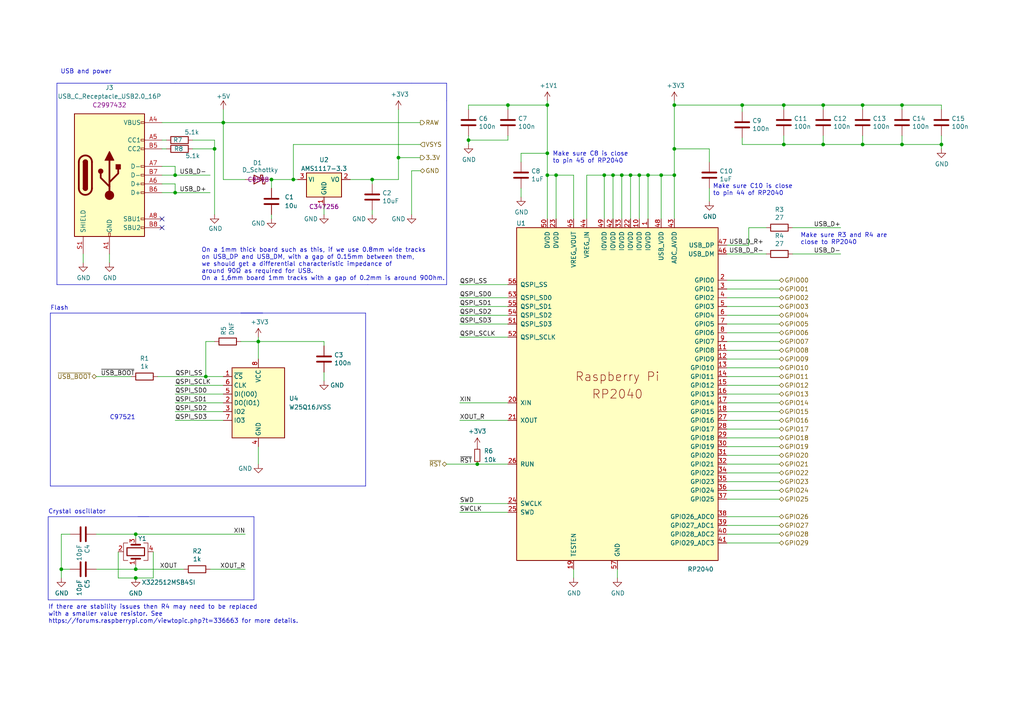
<source format=kicad_sch>
(kicad_sch (version 20250114) (generator "eeschema") (generator_version "9.0")
  (paper "A4")
  (lib_symbols
    (symbol "Custom_Symbols:RP2040" (pin_names (offset 1.016))
      (property "Reference" "U" (at -29.21 49.53 0))
      (property "Value" "RP2040" (at 24.13 -49.53 0))
      (symbol "RP2040_0_0"
        (text "Raspberry Pi" (at 0 5.08 0) (effects (font (size 2.54 2.54))))
        (text "RP2040" (at 0 0 0) (effects (font (size 2.54 2.54))))
      )
      (symbol "RP2040_0_1"
        (rectangle (start 29.21 48.26) (end -29.21 -48.26) (stroke (width 0.254)) (fill (type background)))
      )
      (symbol "RP2040_1_1"
        (pin bidirectional line (at -31.75 31.75 0) (length 2.54) (name "QSPI_SS") (number "56"))
        (pin bidirectional line (at -31.75 27.94 0) (length 2.54) (name "QSPI_SD0") (number "53"))
        (pin bidirectional line (at -31.75 25.4 0) (length 2.54) (name "QSPI_SD1") (number "55"))
        (pin bidirectional line (at -31.75 22.86 0) (length 2.54) (name "QSPI_SD2") (number "54"))
        (pin bidirectional line (at -31.75 20.32 0) (length 2.54) (name "QSPI_SD3") (number "51"))
        (pin output line (at -31.75 16.51 0) (length 2.54) (name "QSPI_SCLK") (number "52"))
        (pin input line (at -31.75 -2.54 0) (length 2.54) (name "XIN") (number "20"))
        (pin passive line (at -31.75 -7.62 0) (length 2.54) (name "XOUT") (number "21"))
        (pin input line (at -31.75 -20.32 0) (length 2.54) (name "RUN") (number "26"))
        (pin output line (at -31.75 -31.75 0) (length 2.54) (name "SWCLK") (number "24"))
        (pin bidirectional line (at -31.75 -34.29 0) (length 2.54) (name "SWD") (number "25"))
        (pin power_in line (at -20.32 50.8 270) (length 2.54) (name "DVDD") (number "50"))
        (pin power_in line (at -17.78 50.8 270) (length 2.54) (name "DVDD") (number "23"))
        (pin power_out line (at -12.7 50.8 270) (length 2.54) (name "VREG_VOUT") (number "45"))
        (pin passive line (at -12.7 -50.8 90) (length 2.54) (name "TESTEN") (number "19"))
        (pin power_in line (at -8.89 50.8 270) (length 2.54) (name "VREG_IN") (number "44"))
        (pin power_in line (at -3.81 50.8 270) (length 2.54) (name "IOVDD") (number "49"))
        (pin power_in line (at -1.27 50.8 270) (length 2.54) (name "IOVDD") (number "42"))
        (pin power_in line (at 0 -50.8 90) (length 2.54) (name "GND") (number "57"))
        (pin power_in line (at 1.27 50.8 270) (length 2.54) (name "IOVDD") (number "33"))
        (pin power_in line (at 3.81 50.8 270) (length 2.54) (name "IOVDD") (number "22"))
        (pin power_in line (at 6.35 50.8 270) (length 2.54) (name "IOVDD") (number "10"))
        (pin power_in line (at 8.89 50.8 270) (length 2.54) (name "IOVDD") (number "1"))
        (pin power_in line (at 12.7 50.8 270) (length 2.54) (name "USB_VDD") (number "48"))
        (pin power_in line (at 16.51 50.8 270) (length 2.54) (name "ADC_AVDD") (number "43"))
        (pin bidirectional line (at 31.75 43.18 180) (length 2.54) (name "USB_DP") (number "47"))
        (pin bidirectional line (at 31.75 40.64 180) (length 2.54) (name "USB_DM") (number "46"))
        (pin bidirectional line (at 31.75 33.02 180) (length 2.54) (name "GPIO0") (number "2"))
        (pin bidirectional line (at 31.75 30.48 180) (length 2.54) (name "GPIO1") (number "3"))
        (pin bidirectional line (at 31.75 27.94 180) (length 2.54) (name "GPIO2") (number "4"))
        (pin bidirectional line (at 31.75 25.4 180) (length 2.54) (name "GPIO3") (number "5"))
        (pin bidirectional line (at 31.75 22.86 180) (length 2.54) (name "GPIO4") (number "6"))
        (pin bidirectional line (at 31.75 20.32 180) (length 2.54) (name "GPIO5") (number "7"))
        (pin bidirectional line (at 31.75 17.78 180) (length 2.54) (name "GPIO6") (number "8"))
        (pin bidirectional line (at 31.75 15.24 180) (length 2.54) (name "GPIO7") (number "9"))
        (pin bidirectional line (at 31.75 12.7 180) (length 2.54) (name "GPIO8") (number "11"))
        (pin bidirectional line (at 31.75 10.16 180) (length 2.54) (name "GPIO9") (number "12"))
        (pin bidirectional line (at 31.75 7.62 180) (length 2.54) (name "GPIO10") (number "13"))
        (pin bidirectional line (at 31.75 5.08 180) (length 2.54) (name "GPIO11") (number "14"))
        (pin bidirectional line (at 31.75 2.54 180) (length 2.54) (name "GPIO12") (number "15"))
        (pin bidirectional line (at 31.75 0 180) (length 2.54) (name "GPIO13") (number "16"))
        (pin bidirectional line (at 31.75 -2.54 180) (length 2.54) (name "GPIO14") (number "17"))
        (pin bidirectional line (at 31.75 -5.08 180) (length 2.54) (name "GPIO15") (number "18"))
        (pin bidirectional line (at 31.75 -7.62 180) (length 2.54) (name "GPIO16") (number "27"))
        (pin bidirectional line (at 31.75 -10.16 180) (length 2.54) (name "GPIO17") (number "28"))
        (pin bidirectional line (at 31.75 -12.7 180) (length 2.54) (name "GPIO18") (number "29"))
        (pin bidirectional line (at 31.75 -15.24 180) (length 2.54) (name "GPIO19") (number "30"))
        (pin bidirectional line (at 31.75 -17.78 180) (length 2.54) (name "GPIO20") (number "31"))
        (pin bidirectional line (at 31.75 -20.32 180) (length 2.54) (name "GPIO21") (number "32"))
        (pin bidirectional line (at 31.75 -22.86 180) (length 2.54) (name "GPIO22") (number "34"))
        (pin bidirectional line (at 31.75 -25.4 180) (length 2.54) (name "GPIO23") (number "35"))
        (pin bidirectional line (at 31.75 -27.94 180) (length 2.54) (name "GPIO24") (number "36"))
        (pin bidirectional line (at 31.75 -30.48 180) (length 2.54) (name "GPIO25") (number "37"))
        (pin bidirectional line (at 31.75 -35.56 180) (length 2.54) (name "GPIO26_ADC0") (number "38"))
        (pin bidirectional line (at 31.75 -38.1 180) (length 2.54) (name "GPIO27_ADC1") (number "39"))
        (pin bidirectional line (at 31.75 -40.64 180) (length 2.54) (name "GPIO28_ADC2") (number "40"))
        (pin bidirectional line (at 31.75 -43.18 180) (length 2.54) (name "GPIO29_ADC3") (number "41"))
      )
    )
    (symbol "Device:C" (pin_numbers (hide yes)) (pin_names (offset 0.254))
      (property "Reference" "C" (at 0.635 2.54 0))
      (property "Value" "C" (at 0.635 -2.54 0))
      (symbol "C_0_1"
        (polyline (pts (xy -2.032 0.762) (xy 2.032 0.762)) (stroke (width 0.508)))
        (polyline (pts (xy -2.032 -0.762) (xy 2.032 -0.762)) (stroke (width 0.508)))
      )
      (symbol "C_1_1"
        (pin passive line (at 0 3.81 270) (length 2.794) (name "~") (number "1"))
        (pin passive line (at 0 -3.81 90) (length 2.794) (name "~") (number "2"))
      )
    )
    (symbol "Device:Crystal_GND24" (pin_names (offset 1.016) (hide yes))
      (property "Reference" "Y" (at 3.175 5.08 0))
      (property "Value" "Crystal_GND24" (at 3.175 3.175 0))
      (symbol "Crystal_GND24_0_1"
        (polyline (pts (xy -2.54 2.286) (xy -2.54 3.556) (xy 2.54 3.556) (xy 2.54 2.286)))
        (polyline (pts (xy -2.54 0) (xy -2.032 0)))
        (polyline (pts (xy -2.54 -2.286) (xy -2.54 -3.556) (xy 2.54 -3.556) (xy 2.54 -2.286)))
        (polyline (pts (xy -2.032 -1.27) (xy -2.032 1.27)) (stroke (width 0.508)))
        (rectangle (start -1.143 2.54) (end 1.143 -2.54) (stroke (width 0.3048)))
        (polyline (pts (xy 0 3.556) (xy 0 3.81)))
        (polyline (pts (xy 0 -3.81) (xy 0 -3.556)))
        (polyline (pts (xy 2.032 0) (xy 2.54 0)))
        (polyline (pts (xy 2.032 -1.27) (xy 2.032 1.27)) (stroke (width 0.508)))
      )
      (symbol "Crystal_GND24_1_1"
        (pin passive line (at -3.81 0 0) (length 1.27) (name "1") (number "1"))
        (pin passive line (at 0 5.08 270) (length 1.27) (name "2") (number "2"))
        (pin passive line (at 0 -5.08 90) (length 1.27) (name "4") (number "4"))
        (pin passive line (at 3.81 0 180) (length 1.27) (name "3") (number "3"))
      )
    )
    (symbol "Device:R" (pin_numbers (hide yes)) (pin_names (offset 0))
      (property "Reference" "R" (at 2.032 0 90))
      (property "Value" "R" (at 0 0 90))
      (symbol "R_0_1"
        (rectangle (start -1.016 -2.54) (end 1.016 2.54) (stroke (width 0.254)))
      )
      (symbol "R_1_1"
        (pin passive line (at 0 3.81 270) (length 1.27) (name "~") (number "1"))
        (pin passive line (at 0 -3.81 90) (length 1.27) (name "~") (number "2"))
      )
    )
    (symbol "Device:R_Small" (pin_numbers (hide yes)) (pin_names (offset 0.254) (hide yes))
      (property "Reference" "R" (at 0.762 0.508 0))
      (property "Value" "R_Small" (at 0.762 -1.016 0))
      (symbol "R_Small_0_1"
        (rectangle (start -0.762 1.778) (end 0.762 -1.778) (stroke (width 0.2032)))
      )
      (symbol "R_Small_1_1"
        (pin passive line (at 0 2.54 270) (length 0.762) (name "~") (number "1"))
        (pin passive line (at 0 -2.54 90) (length 0.762) (name "~") (number "2"))
      )
    )
    (symbol "_Own_Library:AMS1117-3.3 SOT-89"
      (property "Reference" "U" (at -3.81 3.175 0))
      (property "Value" "AMS1117-3.3 SOT-89" (at 0 3.175 0))
      (property "JLCPCB" "C347256" (at 0 0 0))
      (symbol "AMS1117-3.3 SOT-89_0_1"
        (rectangle (start -5.08 -5.08) (end 5.08 1.905) (stroke (width 0.254)) (fill (type background)))
      )
      (symbol "AMS1117-3.3 SOT-89_1_1"
        (pin power_in line (at -7.62 0 0) (length 2.54) (name "VI") (number "3"))
        (pin power_in line (at 0 -7.62 90) (length 2.54) (name "GND") (number "1"))
        (pin power_out line (at 7.62 0 180) (length 2.54) (name "VO") (number "2"))
      )
    )
    (symbol "_Own_Library:D_Schottky_B5819W-SL" (pin_numbers (hide yes)) (pin_names (offset 1.016) (hide yes))
      (property "Reference" "D" (at 0 2.54 0))
      (property "Value" "D_Schottky_B5819W-SL" (at 0 -2.54 0))
      (property "JLCPCB" "C8598" (at 0 0 0))
      (symbol "D_Schottky_B5819W-SL_0_1"
        (polyline (pts (xy -1.905 0.635) (xy -1.905 1.27) (xy -1.27 1.27) (xy -1.27 -1.27) (xy -0.635 -1.27) (xy -0.635 -0.635)) (stroke (width 0.254)))
        (polyline (pts (xy 1.27 1.27) (xy 1.27 -1.27) (xy -1.27 0) (xy 1.27 1.27)) (stroke (width 0.254)))
        (polyline (pts (xy 1.27 0) (xy -1.27 0)))
      )
      (symbol "D_Schottky_B5819W-SL_1_1"
        (pin passive line (at -3.81 0 0) (length 2.54) (name "K") (number "1"))
        (pin passive line (at 3.81 0 180) (length 2.54) (name "A") (number "2"))
      )
    )
    (symbol "_Own_Library:USB_C_Receptacle_USB2.0_16P" (pin_names (offset 1.016))
      (property "Reference" "J" (at 0 22.225 0))
      (property "Value" "USB_C_Receptacle_USB2.0_16P" (at 0 19.685 0))
      (property "JLCPCB" "C2997432" (at 0 0 0))
      (symbol "USB_C_Receptacle_USB2.0_16P_0_0"
        (rectangle (start -0.254 -17.78) (end 0.254 -16.764))
        (rectangle (start 10.16 15.494) (end 9.144 14.986))
        (rectangle (start 10.16 10.414) (end 9.144 9.906))
        (rectangle (start 10.16 7.874) (end 9.144 7.366))
        (rectangle (start 10.16 2.794) (end 9.144 2.286))
        (rectangle (start 10.16 0.254) (end 9.144 -0.254))
        (rectangle (start 10.16 -2.286) (end 9.144 -2.794))
        (rectangle (start 10.16 -4.826) (end 9.144 -5.334))
        (rectangle (start 10.16 -12.446) (end 9.144 -12.954))
        (rectangle (start 10.16 -14.986) (end 9.144 -15.494))
      )
      (symbol "USB_C_Receptacle_USB2.0_16P_0_1"
        (rectangle (start -10.16 17.78) (end 10.16 -17.78) (stroke (width 0.254)) (fill (type background)))
        (polyline (pts (xy -8.89 -3.81) (xy -8.89 3.81)) (stroke (width 0.508)))
        (rectangle (start -7.62 -3.81) (end -6.35 3.81) (stroke (width 0.254)) (fill (type outline)))
        (arc (start -7.62 3.81) (mid -6.985 4.4423) (end -6.35 3.81) (stroke (width 0.254)))
        (arc (start -7.62 3.81) (mid -6.985 4.4423) (end -6.35 3.81) (stroke (width 0.254)) (fill (type outline)))
        (arc (start -8.89 3.81) (mid -6.985 5.7067) (end -5.08 3.81) (stroke (width 0.508)))
        (arc (start -5.08 -3.81) (mid -6.985 -5.7067) (end -8.89 -3.81) (stroke (width 0.508)))
        (arc (start -6.35 -3.81) (mid -6.985 -4.4423) (end -7.62 -3.81) (stroke (width 0.254)))
        (arc (start -6.35 -3.81) (mid -6.985 -4.4423) (end -7.62 -3.81) (stroke (width 0.254)) (fill (type outline)))
        (polyline (pts (xy -5.08 3.81) (xy -5.08 -3.81)) (stroke (width 0.508)))
        (circle (center -2.54 1.143) (radius 0.635) (stroke (width 0.254)) (fill (type outline)))
        (polyline (pts (xy -1.27 4.318) (xy 0 6.858) (xy 1.27 4.318) (xy -1.27 4.318)) (stroke (width 0.254)) (fill (type outline)))
        (polyline (pts (xy 0 -2.032) (xy 2.54 0.508) (xy 2.54 1.778)) (stroke (width 0.508)))
        (polyline (pts (xy 0 -3.302) (xy -2.54 -0.762) (xy -2.54 0.508)) (stroke (width 0.508)))
        (polyline (pts (xy 0 -5.842) (xy 0 4.318)) (stroke (width 0.508)))
        (circle (center 0 -5.842) (radius 1.27) (fill (type outline)))
        (rectangle (start 1.905 1.778) (end 3.175 3.048) (stroke (width 0.254)) (fill (type outline)))
      )
      (symbol "USB_C_Receptacle_USB2.0_16P_1_1"
        (pin passive line (at -7.62 -22.86 90) (length 5.08) (name "SHIELD") (number "S1"))
        (pin passive line (at 0 -22.86 90) (length 5.08) (name "GND") (number "A1"))
        (pin passive line (at 0 -22.86 90) (length 5.08) (hide yes) (name "GND") (number "A12"))
        (pin passive line (at 0 -22.86 90) (length 5.08) (hide yes) (name "GND") (number "B1"))
        (pin passive line (at 0 -22.86 90) (length 5.08) (hide yes) (name "GND") (number "B12"))
        (pin passive line (at 15.24 15.24 180) (length 5.08) (name "VBUS") (number "A4"))
        (pin passive line (at 15.24 15.24 180) (length 5.08) (hide yes) (name "VBUS") (number "A9"))
        (pin passive line (at 15.24 15.24 180) (length 5.08) (hide yes) (name "VBUS") (number "B4"))
        (pin passive line (at 15.24 15.24 180) (length 5.08) (hide yes) (name "VBUS") (number "B9"))
        (pin bidirectional line (at 15.24 10.16 180) (length 5.08) (name "CC1") (number "A5"))
        (pin bidirectional line (at 15.24 7.62 180) (length 5.08) (name "CC2") (number "B5"))
        (pin bidirectional line (at 15.24 2.54 180) (length 5.08) (name "D-") (number "A7"))
        (pin bidirectional line (at 15.24 0 180) (length 5.08) (name "D-") (number "B7"))
        (pin bidirectional line (at 15.24 -2.54 180) (length 5.08) (name "D+") (number "A6"))
        (pin bidirectional line (at 15.24 -5.08 180) (length 5.08) (name "D+") (number "B6"))
        (pin bidirectional line (at 15.24 -12.7 180) (length 5.08) (name "SBU1") (number "A8"))
        (pin bidirectional line (at 15.24 -15.24 180) (length 5.08) (name "SBU2") (number "B8"))
      )
    )
    (symbol "_Own_Library:W25Q128JVS"
      (property "Reference" "U" (at -6.35 11.43 0))
      (property "Value" "W25Q128JVS" (at 7.62 11.43 0))
      (symbol "W25Q128JVS_0_1"
        (rectangle (start -7.62 10.16) (end 7.62 -10.16) (stroke (width 0.254)) (fill (type background)))
      )
      (symbol "W25Q128JVS_1_1"
        (pin input line (at -10.16 7.62 0) (length 2.54) (name "~{CS}") (number "1"))
        (pin input line (at -10.16 5.08 0) (length 2.54) (name "CLK") (number "6"))
        (pin bidirectional line (at -10.16 2.54 0) (length 2.54) (name "DI(IO0)") (number "5"))
        (pin bidirectional line (at -10.16 0 0) (length 2.54) (name "DO(IO1)") (number "2"))
        (pin bidirectional line (at -10.16 -2.54 0) (length 2.54) (name "IO2") (number "3"))
        (pin bidirectional line (at -10.16 -5.08 0) (length 2.54) (name "IO3") (number "7"))
        (pin power_in line (at 0 12.7 270) (length 2.54) (name "VCC") (number "8"))
        (pin power_in line (at 0 -12.7 90) (length 2.54) (name "GND") (number "4"))
      )
    )
    (symbol "power:+1V1" (power) (pin_names (offset 0))
      (property "Value" "+1V1" (at 0 3.556 0))
      (symbol "+1V1_0_1"
        (polyline (pts (xy -0.762 1.27) (xy 0 2.54)))
        (polyline (pts (xy 0 2.54) (xy 0.762 1.27)))
        (polyline (pts (xy 0 0) (xy 0 2.54)))
      )
      (symbol "+1V1_1_1"
        (pin power_in line (at 0 0 90) (length 0) (hide yes) (name "+1V1") (number "1"))
      )
    )
    (symbol "power:+3V3" (power) (pin_names (offset 0))
      (property "Value" "+3V3" (at 0 3.556 0))
      (symbol "+3V3_0_1"
        (polyline (pts (xy -0.762 1.27) (xy 0 2.54)))
        (polyline (pts (xy 0 2.54) (xy 0.762 1.27)))
        (polyline (pts (xy 0 0) (xy 0 2.54)))
      )
      (symbol "+3V3_1_1"
        (pin power_in line (at 0 0 90) (length 0) (hide yes) (name "+3V3") (number "1"))
      )
    )
    (symbol "power:+5V" (power) (pin_names (offset 0))
      (property "Value" "+5V" (at 0 3.556 0))
      (symbol "+5V_0_1"
        (polyline (pts (xy -0.762 1.27) (xy 0 2.54)))
        (polyline (pts (xy 0 2.54) (xy 0.762 1.27)))
        (polyline (pts (xy 0 0) (xy 0 2.54)))
      )
      (symbol "+5V_1_1"
        (pin power_in line (at 0 0 90) (length 0) (hide yes) (name "+5V") (number "1"))
      )
    )
    (symbol "power:GND" (power) (pin_names (offset 0))
      (property "Value" "GND" (at 0 -3.81 0))
      (symbol "GND_0_1"
        (polyline (pts (xy 0 0) (xy 0 -1.27) (xy 1.27 -1.27) (xy 0 -2.54) (xy -1.27 -1.27) (xy 0 -1.27)))
      )
      (symbol "GND_1_1"
        (pin power_in line (at 0 0 270) (length 0) (hide yes) (name "GND") (number "1"))
      )
    )
  )
  (text "Make sure C8 is close\nto pin 45 of RP2040" (at 160.274 47.498 0) (effects (font (size 1.27 1.27)) (justify left bottom)))
  (text "USB and power" (at 17.526 21.59 0) (effects (font (size 1.27 1.27)) (justify left bottom)))
  (text "Make sure C10 is close\nto pin 44 of RP2040" (at 206.756 56.896 0) (effects (font (size 1.27 1.27)) (justify left bottom)))
  (text "Make sure R3 and R4 are\nclose to RP2040" (at 232.156 71.12 0) (effects (font (size 1.27 1.27)) (justify left bottom)))
  (text "C97521" (at 35.56 121.158 0) (effects (font (size 1.27 1.27))))
  (text "If there are stability issues then R4 may need to be replaced\nwith a smaller value resistor. See \nhttps://forums.raspberrypi.com/viewtopic.php?t=336663 for more details." (at 13.97 180.975 0) (effects (font (size 1.27 1.27)) (justify left bottom)))
  (text "On a 1mm thick board such as this, if we use 0.8mm wide tracks\non USB_DP and USB_DM, with a gap of 0.15mm between them,\nwe should get a differential characteristic impedance of\naround 90Ω as required for USB.\nOn a 1,6mm board 1mm tracks with a gap of 0.2mm is around 90Ohm." (at 58.42 76.708 0) (effects (font (size 1.27 1.27)) (justify left)))
  (text "Flash" (at 14.605 90.17 0) (effects (font (size 1.27 1.27)) (justify left bottom)))
  (text "Crystal oscillator" (at 13.97 149.225 0) (effects (font (size 1.27 1.27)) (justify left bottom)))
  (junction (at 238.76 41.91))
  (junction (at 107.95 52.07))
  (junction (at 39.37 154.94))
  (junction (at 158.75 44.45))
  (junction (at 250.19 30.48))
  (junction (at 175.26 50.8))
  (junction (at 50.8 50.8))
  (junction (at 261.62 41.91))
  (junction (at 39.37 165.1))
  (junction (at 273.05 41.91))
  (junction (at 135.89 40.64))
  (junction (at 115.57 45.72))
  (junction (at 158.75 50.8))
  (junction (at 161.29 50.8))
  (junction (at 78.74 52.07))
  (junction (at 62.23 43.18))
  (junction (at 250.19 41.91))
  (junction (at 64.77 35.56))
  (junction (at 261.62 30.48))
  (junction (at 85.09 52.07))
  (junction (at 195.58 43.18))
  (junction (at 195.58 30.48))
  (junction (at 39.37 167.64))
  (junction (at 158.75 30.48))
  (junction (at 177.8 50.8))
  (junction (at 182.88 50.8))
  (junction (at 215.265 30.48))
  (junction (at 185.42 50.8))
  (junction (at 227.33 30.48))
  (junction (at 238.76 30.48))
  (junction (at 59.69 109.22))
  (junction (at 227.33 41.91))
  (junction (at 74.93 99.06))
  (junction (at 187.96 50.8))
  (junction (at 50.8 55.88))
  (junction (at 17.78 165.1))
  (junction (at 191.77 50.8))
  (junction (at 147.32 30.48))
  (junction (at 138.43 134.62))
  (junction (at 180.34 50.8))
  (junction (at 195.58 50.8))
  (no_connect (at 46.99 66.04))
  (no_connect (at 46.99 63.5))
  (wire (pts (xy 147.32 31.75) (xy 147.32 30.48)))
  (wire (pts (xy 129.54 134.62) (xy 138.43 134.62)))
  (wire (pts (xy 151.13 44.45) (xy 158.75 44.45)))
  (wire (pts (xy 59.69 109.22) (xy 64.77 109.22)))
  (wire (pts (xy 210.82 114.3) (xy 226.06 114.3)))
  (wire (pts (xy 133.35 146.05) (xy 147.32 146.05)))
  (wire (pts (xy 205.74 43.18) (xy 195.58 43.18)))
  (wire (pts (xy 217.17 66.04) (xy 222.25 66.04)))
  (wire (pts (xy 50.8 121.92) (xy 64.77 121.92)))
  (wire (pts (xy 64.77 31.75) (xy 64.77 35.56)))
  (wire (pts (xy 135.89 40.64) (xy 135.89 41.91)))
  (wire (pts (xy 273.05 41.91) (xy 273.05 43.18)))
  (wire (pts (xy 147.32 40.64) (xy 147.32 39.37)))
  (wire (pts (xy 229.87 73.66) (xy 243.84 73.66)))
  (wire (pts (xy 210.82 127) (xy 226.06 127)))
  (wire (pts (xy 261.62 30.48) (xy 273.05 30.48)))
  (wire (pts (xy 135.89 39.37) (xy 135.89 40.64)))
  (wire (pts (xy 238.76 30.48) (xy 250.19 30.48)))
  (wire (pts (xy 166.37 63.5) (xy 166.37 50.8)))
  (wire (pts (xy 215.265 41.91) (xy 227.33 41.91)))
  (wire (pts (xy 78.74 63.5) (xy 78.74 62.23)))
  (wire (pts (xy 64.77 52.07) (xy 71.12 52.07)))
  (wire (pts (xy 107.95 53.34) (xy 107.95 52.07)))
  (polyline (pts (xy 119.38 24.13) (xy 129.54 24.13)))
  (polyline (pts (xy 73.66 173.99) (xy 73.66 149.86)))
  (wire (pts (xy 273.05 39.37) (xy 273.05 41.91)))
  (wire (pts (xy 215.265 40.005) (xy 215.265 41.91)))
  (wire (pts (xy 180.34 50.8) (xy 182.88 50.8)))
  (wire (pts (xy 115.57 45.72) (xy 115.57 31.75)))
  (wire (pts (xy 185.42 50.8) (xy 187.96 50.8)))
  (polyline (pts (xy 50.8 24.13) (xy 119.38 24.13)))
  (wire (pts (xy 50.8 50.8) (xy 60.96 50.8)))
  (wire (pts (xy 107.95 60.96) (xy 107.95 62.23)))
  (polyline (pts (xy 40.005 149.86) (xy 73.66 149.86)))
  (wire (pts (xy 74.93 97.79) (xy 74.93 99.06)))
  (wire (pts (xy 133.35 116.84) (xy 147.32 116.84)))
  (wire (pts (xy 170.18 50.8) (xy 175.26 50.8)))
  (wire (pts (xy 170.18 63.5) (xy 170.18 50.8)))
  (wire (pts (xy 44.45 167.64) (xy 39.37 167.64)))
  (wire (pts (xy 210.82 154.94) (xy 226.06 154.94)))
  (wire (pts (xy 39.37 165.1) (xy 53.34 165.1)))
  (wire (pts (xy 250.19 39.37) (xy 250.19 41.91)))
  (wire (pts (xy 182.88 63.5) (xy 182.88 50.8)))
  (wire (pts (xy 191.77 63.5) (xy 191.77 50.8)))
  (wire (pts (xy 227.33 39.37) (xy 227.33 41.91)))
  (wire (pts (xy 250.19 30.48) (xy 261.62 30.48)))
  (polyline (pts (xy 13.97 149.86) (xy 13.97 173.99)))
  (wire (pts (xy 238.76 31.75) (xy 238.76 30.48)))
  (wire (pts (xy 39.37 156.21) (xy 39.37 154.94)))
  (wire (pts (xy 135.89 31.75) (xy 135.89 30.48)))
  (wire (pts (xy 20.32 165.1) (xy 17.78 165.1)))
  (wire (pts (xy 210.82 96.52) (xy 226.06 96.52)))
  (wire (pts (xy 210.82 109.22) (xy 226.06 109.22)))
  (wire (pts (xy 85.09 41.91) (xy 85.09 52.07)))
  (wire (pts (xy 133.35 91.44) (xy 147.32 91.44)))
  (wire (pts (xy 215.265 32.385) (xy 215.265 30.48)))
  (wire (pts (xy 133.35 86.36) (xy 147.32 86.36)))
  (wire (pts (xy 101.6 52.07) (xy 107.95 52.07)))
  (wire (pts (xy 210.82 129.54) (xy 226.06 129.54)))
  (polyline (pts (xy 129.54 82.55) (xy 129.54 29.21)))
  (wire (pts (xy 31.75 73.66) (xy 31.75 76.2)))
  (wire (pts (xy 138.43 134.62) (xy 147.32 134.62)))
  (wire (pts (xy 210.82 91.44) (xy 226.06 91.44)))
  (wire (pts (xy 50.8 111.76) (xy 64.77 111.76)))
  (wire (pts (xy 34.29 167.64) (xy 39.37 167.64)))
  (wire (pts (xy 261.62 41.91) (xy 273.05 41.91)))
  (wire (pts (xy 179.07 165.1) (xy 179.07 167.64)))
  (polyline (pts (xy 76.2 90.805) (xy 14.605 90.805)))
  (wire (pts (xy 177.8 50.8) (xy 180.34 50.8)))
  (wire (pts (xy 133.35 148.59) (xy 147.32 148.59)))
  (wire (pts (xy 273.05 31.75) (xy 273.05 30.48)))
  (polyline (pts (xy 13.97 173.99) (xy 73.66 173.99)))
  (wire (pts (xy 135.89 30.48) (xy 147.32 30.48)))
  (wire (pts (xy 210.82 134.62) (xy 226.06 134.62)))
  (wire (pts (xy 210.82 111.76) (xy 226.06 111.76)))
  (wire (pts (xy 39.37 154.94) (xy 71.12 154.94)))
  (wire (pts (xy 27.94 109.22) (xy 38.1 109.22)))
  (wire (pts (xy 59.69 99.06) (xy 62.23 99.06)))
  (wire (pts (xy 210.82 152.4) (xy 226.06 152.4)))
  (wire (pts (xy 107.95 52.07) (xy 115.57 52.07)))
  (wire (pts (xy 147.32 30.48) (xy 158.75 30.48)))
  (wire (pts (xy 195.58 50.8) (xy 195.58 63.5)))
  (wire (pts (xy 34.29 160.02) (xy 34.29 167.64)))
  (wire (pts (xy 46.99 40.64) (xy 48.26 40.64)))
  (wire (pts (xy 93.98 99.06) (xy 74.93 99.06)))
  (wire (pts (xy 151.13 54.61) (xy 151.13 57.15)))
  (wire (pts (xy 78.74 52.07) (xy 78.74 54.61)))
  (wire (pts (xy 158.75 44.45) (xy 158.75 50.8)))
  (wire (pts (xy 74.93 99.06) (xy 74.93 104.14)))
  (wire (pts (xy 161.29 50.8) (xy 158.75 50.8)))
  (wire (pts (xy 210.82 83.82) (xy 226.06 83.82)))
  (wire (pts (xy 133.35 93.98) (xy 147.32 93.98)))
  (wire (pts (xy 261.62 31.75) (xy 261.62 30.48)))
  (wire (pts (xy 180.34 63.5) (xy 180.34 50.8)))
  (wire (pts (xy 210.82 119.38) (xy 226.06 119.38)))
  (wire (pts (xy 227.33 31.75) (xy 227.33 30.48)))
  (wire (pts (xy 46.99 53.34) (xy 50.8 53.34)))
  (wire (pts (xy 182.88 50.8) (xy 185.42 50.8)))
  (wire (pts (xy 55.88 40.64) (xy 62.23 40.64)))
  (wire (pts (xy 55.88 43.18) (xy 62.23 43.18)))
  (polyline (pts (xy 16.51 82.55) (xy 106.68 82.55)))
  (wire (pts (xy 210.82 121.92) (xy 226.06 121.92)))
  (wire (pts (xy 69.85 99.06) (xy 74.93 99.06)))
  (wire (pts (xy 64.77 35.56) (xy 64.77 52.07)))
  (wire (pts (xy 78.74 52.07) (xy 85.09 52.07)))
  (wire (pts (xy 74.93 129.54) (xy 74.93 134.62)))
  (polyline (pts (xy 43.18 149.86) (xy 13.97 149.86)))
  (wire (pts (xy 187.96 50.8) (xy 191.77 50.8)))
  (wire (pts (xy 27.94 154.94) (xy 39.37 154.94)))
  (wire (pts (xy 50.8 55.88) (xy 60.96 55.88)))
  (wire (pts (xy 210.82 71.12) (xy 217.17 71.12)))
  (wire (pts (xy 227.33 30.48) (xy 238.76 30.48)))
  (wire (pts (xy 166.37 165.1) (xy 166.37 167.64)))
  (wire (pts (xy 210.82 124.46) (xy 226.06 124.46)))
  (wire (pts (xy 46.99 48.26) (xy 50.8 48.26)))
  (wire (pts (xy 46.99 35.56) (xy 64.77 35.56)))
  (wire (pts (xy 210.82 157.48) (xy 226.06 157.48)))
  (wire (pts (xy 39.37 163.83) (xy 39.37 165.1)))
  (wire (pts (xy 64.77 35.56) (xy 121.92 35.56)))
  (wire (pts (xy 238.76 41.91) (xy 227.33 41.91)))
  (wire (pts (xy 217.17 66.04) (xy 217.17 71.12)))
  (polyline (pts (xy 50.8 24.13) (xy 16.51 24.13)))
  (wire (pts (xy 215.265 30.48) (xy 227.33 30.48)))
  (wire (pts (xy 85.09 52.07) (xy 86.36 52.07)))
  (wire (pts (xy 161.29 63.5) (xy 161.29 50.8)))
  (wire (pts (xy 195.58 30.48) (xy 195.58 43.18)))
  (polyline (pts (xy 106.68 82.55) (xy 129.54 82.55)))
  (wire (pts (xy 210.82 104.14) (xy 226.06 104.14)))
  (wire (pts (xy 93.98 107.95) (xy 93.98 110.49)))
  (wire (pts (xy 238.76 39.37) (xy 238.76 41.91)))
  (wire (pts (xy 210.82 139.7) (xy 226.06 139.7)))
  (wire (pts (xy 62.23 43.18) (xy 62.23 62.23)))
  (wire (pts (xy 17.78 154.94) (xy 17.78 165.1)))
  (wire (pts (xy 93.98 59.69) (xy 93.98 62.23)))
  (wire (pts (xy 210.82 142.24) (xy 226.06 142.24)))
  (wire (pts (xy 185.42 63.5) (xy 185.42 50.8)))
  (wire (pts (xy 210.82 81.28) (xy 226.06 81.28)))
  (wire (pts (xy 210.82 88.9) (xy 226.06 88.9)))
  (polyline (pts (xy 129.54 24.13) (xy 129.54 29.21)))
  (wire (pts (xy 166.37 50.8) (xy 161.29 50.8)))
  (polyline (pts (xy 106.045 140.97) (xy 106.045 90.805)))
  (wire (pts (xy 195.58 43.18) (xy 195.58 50.8)))
  (wire (pts (xy 133.35 88.9) (xy 147.32 88.9)))
  (wire (pts (xy 119.38 49.53) (xy 119.38 62.23)))
  (wire (pts (xy 46.99 55.88) (xy 50.8 55.88)))
  (wire (pts (xy 20.32 154.94) (xy 17.78 154.94)))
  (wire (pts (xy 205.74 46.99) (xy 205.74 43.18)))
  (wire (pts (xy 85.09 41.91) (xy 121.92 41.91)))
  (wire (pts (xy 50.8 114.3) (xy 64.77 114.3)))
  (wire (pts (xy 135.89 40.64) (xy 147.32 40.64)))
  (wire (pts (xy 45.72 109.22) (xy 59.69 109.22)))
  (wire (pts (xy 44.45 160.02) (xy 44.45 167.64)))
  (wire (pts (xy 191.77 50.8) (xy 195.58 50.8)))
  (wire (pts (xy 210.82 101.6) (xy 226.06 101.6)))
  (polyline (pts (xy 69.85 90.805) (xy 106.045 90.805)))
  (wire (pts (xy 62.23 40.64) (xy 62.23 43.18)))
  (wire (pts (xy 115.57 45.72) (xy 121.92 45.72)))
  (wire (pts (xy 121.92 49.53) (xy 119.38 49.53)))
  (wire (pts (xy 50.8 53.34) (xy 50.8 55.88)))
  (polyline (pts (xy 14.605 90.805) (xy 14.605 140.97)))
  (wire (pts (xy 147.32 97.79) (xy 133.35 97.79)))
  (wire (pts (xy 210.82 73.66) (xy 222.25 73.66)))
  (wire (pts (xy 50.8 116.84) (xy 64.77 116.84)))
  (wire (pts (xy 151.13 46.99) (xy 151.13 44.45)))
  (wire (pts (xy 210.82 93.98) (xy 226.06 93.98)))
  (wire (pts (xy 195.58 30.48) (xy 215.265 30.48)))
  (wire (pts (xy 210.82 86.36) (xy 226.06 86.36)))
  (wire (pts (xy 261.62 41.91) (xy 250.19 41.91)))
  (polyline (pts (xy 14.605 140.97) (xy 106.045 140.97)))
  (wire (pts (xy 93.98 100.33) (xy 93.98 99.06)))
  (wire (pts (xy 46.99 43.18) (xy 48.26 43.18)))
  (wire (pts (xy 175.26 50.8) (xy 177.8 50.8)))
  (polyline (pts (xy 16.51 24.13) (xy 16.51 82.55)))
  (wire (pts (xy 17.78 165.1) (xy 17.78 167.64)))
  (wire (pts (xy 24.13 73.66) (xy 24.13 76.2)))
  (wire (pts (xy 210.82 149.86) (xy 226.06 149.86)))
  (wire (pts (xy 187.96 50.8) (xy 187.96 63.5)))
  (wire (pts (xy 115.57 52.07) (xy 115.57 45.72)))
  (wire (pts (xy 210.82 137.16) (xy 226.06 137.16)))
  (wire (pts (xy 50.8 50.8) (xy 46.99 50.8)))
  (wire (pts (xy 210.82 116.84) (xy 226.06 116.84)))
  (wire (pts (xy 60.96 165.1) (xy 71.12 165.1)))
  (wire (pts (xy 158.75 29.21) (xy 158.75 30.48)))
  (wire (pts (xy 229.87 66.04) (xy 243.84 66.04)))
  (wire (pts (xy 147.32 82.55) (xy 133.35 82.55)))
  (wire (pts (xy 27.94 165.1) (xy 39.37 165.1)))
  (wire (pts (xy 210.82 106.68) (xy 226.06 106.68)))
  (wire (pts (xy 205.74 54.61) (xy 205.74 58.42)))
  (wire (pts (xy 210.82 144.78) (xy 226.06 144.78)))
  (wire (pts (xy 50.8 48.26) (xy 50.8 50.8)))
  (wire (pts (xy 261.62 39.37) (xy 261.62 41.91)))
  (wire (pts (xy 59.69 99.06) (xy 59.69 109.22)))
  (wire (pts (xy 177.8 63.5) (xy 177.8 50.8)))
  (wire (pts (xy 210.82 132.08) (xy 226.06 132.08)))
  (wire (pts (xy 158.75 50.8) (xy 158.75 63.5)))
  (wire (pts (xy 250.19 41.91) (xy 238.76 41.91)))
  (wire (pts (xy 50.8 119.38) (xy 64.77 119.38)))
  (wire (pts (xy 195.58 29.21) (xy 195.58 30.48)))
  (wire (pts (xy 158.75 30.48) (xy 158.75 44.45)))
  (wire (pts (xy 210.82 99.06) (xy 226.06 99.06)))
  (wire (pts (xy 147.32 121.92) (xy 133.35 121.92)))
  (wire (pts (xy 250.19 31.75) (xy 250.19 30.48)))
  (wire (pts (xy 175.26 63.5) (xy 175.26 50.8)))
  (label "XOUT_R" (at 133.35 121.92 0))
  (label "QSPI_SD1" (at 133.35 88.9 0))
  (label "USB_D+" (at 52.07 55.88 0))
  (label "XOUT" (at 46.355 165.1 0))
  (label "USB_D-" (at 243.84 73.66 180))
  (label "QSPI_SCLK" (at 133.35 97.79 0))
  (label "QSPI_SD0" (at 50.8 114.3 0))
  (label "XIN" (at 133.35 116.84 0))
  (label "QSPI_SD2" (at 50.8 119.38 0))
  (label "SWD" (at 133.35 146.05 0))
  (label "QSPI_SD0" (at 133.35 86.36 0))
  (label "QSPI_SD3" (at 50.8 121.92 0))
  (label "QSPI_SD3" (at 133.35 93.98 0))
  (label "QSPI_SD1" (at 50.8 116.84 0))
  (label "USB_D-" (at 52.07 50.8 0))
  (label "USB_D_R-" (at 211.455 73.66 0))
  (label "QSPI_SS" (at 133.35 82.55 0))
  (label "QSPI_SCLK" (at 50.8 111.76 0))
  (label "SWCLK" (at 133.35 148.59 0))
  (label "QSPI_SS" (at 50.8 109.22 0))
  (label "QSPI_SD2" (at 133.35 91.44 0))
  (label "USB_D_R+" (at 211.455 71.12 0))
  (label "~{USB_BOOT}" (at 29.21 109.22 0))
  (label "~{RST}" (at 133.35 134.62 0))
  (label "XOUT_R" (at 71.12 165.1 180))
  (label "XIN" (at 71.12 154.94 180))
  (label "USB_D+" (at 243.84 66.04 180))
  (hierarchical_label "GPIO26" (shape bidirectional) (at 226.06 149.86 0))
  (hierarchical_label "GPIO00" (shape bidirectional) (at 226.06 81.28 0))
  (hierarchical_label "GPIO25" (shape bidirectional) (at 226.06 144.78 0))
  (hierarchical_label "RAW" (shape output) (at 121.92 35.56 0))
  (hierarchical_label "GPIO09" (shape bidirectional) (at 226.06 104.14 0))
  (hierarchical_label "GPIO01" (shape bidirectional) (at 226.06 83.82 0))
  (hierarchical_label "GND" (shape bidirectional) (at 121.92 49.53 0))
  (hierarchical_label "GPIO02" (shape bidirectional) (at 226.06 86.36 0))
  (hierarchical_label "VSYS" (shape input) (at 121.92 41.91 0))
  (hierarchical_label "GPIO17" (shape bidirectional) (at 226.06 124.46 0))
  (hierarchical_label "GPIO24" (shape bidirectional) (at 226.06 142.24 0))
  (hierarchical_label "GPIO27" (shape bidirectional) (at 226.06 152.4 0))
  (hierarchical_label "GPIO29" (shape bidirectional) (at 226.06 157.48 0))
  (hierarchical_label "GPIO06" (shape bidirectional) (at 226.06 96.52 0))
  (hierarchical_label "GPIO23" (shape bidirectional) (at 226.06 139.7 0))
  (hierarchical_label "GPIO04" (shape bidirectional) (at 226.06 91.44 0))
  (hierarchical_label "GPIO11" (shape bidirectional) (at 226.06 109.22 0))
  (hierarchical_label "GPIO13" (shape bidirectional) (at 226.06 114.3 0))
  (hierarchical_label "GPIO21" (shape bidirectional) (at 226.06 134.62 0))
  (hierarchical_label "GPIO08" (shape bidirectional) (at 226.06 101.6 0))
  (hierarchical_label "GPIO28" (shape bidirectional) (at 226.06 154.94 0))
  (hierarchical_label "GPIO22" (shape bidirectional) (at 226.06 137.16 0))
  (hierarchical_label "GPIO10" (shape bidirectional) (at 226.06 106.68 0))
  (hierarchical_label "GPIO19" (shape bidirectional) (at 226.06 129.54 0))
  (hierarchical_label "GPIO20" (shape bidirectional) (at 226.06 132.08 0))
  (hierarchical_label "GPIO07" (shape bidirectional) (at 226.06 99.06 0))
  (hierarchical_label "~{RST}" (shape bidirectional) (at 129.54 134.62 180))
  (hierarchical_label "~{USB_BOOT}" (shape bidirectional) (at 27.94 109.22 180))
  (hierarchical_label "GPIO16" (shape bidirectional) (at 226.06 121.92 0))
  (hierarchical_label "GPIO05" (shape bidirectional) (at 226.06 93.98 0))
  (hierarchical_label "GPIO03" (shape bidirectional) (at 226.06 88.9 0))
  (hierarchical_label "GPIO15" (shape bidirectional) (at 226.06 119.38 0))
  (hierarchical_label "GPIO12" (shape bidirectional) (at 226.06 111.76 0))
  (hierarchical_label "GPIO18" (shape bidirectional) (at 226.06 127 0))
  (hierarchical_label "3.3V" (shape output) (at 121.92 45.72 0))
  (hierarchical_label "GPIO14" (shape bidirectional) (at 226.06 116.84 0))
  (symbol (lib_id "power:+5V") (at 64.77 31.75 0) (unit 1)
    (property "Reference" "#PWR0113" (effects (hide yes)))
    (property "Value" "+5V" (at 64.77 27.94 0))
  )
  (symbol (lib_id "power:GND") (at 93.98 62.23 0) (unit 1)
    (property "Reference" "#PWR0110" (effects (hide yes)))
    (property "Value" "GND" (at 90.17 63.5 0))
  )
  (symbol (lib_id "power:+1V1") (at 158.75 29.21 0) (unit 1)
    (property "Reference" "#PWR037" (effects (hide yes)))
    (property "Value" "+1V1" (at 159.131 24.8158 0))
  )
  (symbol (lib_id "power:GND") (at 179.07 167.64 0) (unit 1)
    (property "Reference" "#PWR039" (effects (hide yes)))
    (property "Value" "GND" (at 179.197 172.0342 0))
  )
  (symbol (lib_id "Device:R") (at 52.07 43.18 270) (unit 1)
    (property "Reference" "R8" (at 51.816 43.18 90))
    (property "Value" "5.1k" (at 55.88 45.212 90))
    (property "Footprint" "Resistor_SMD:R_0402_1005Metric" (effects (hide yes)))
    (property "MPN - JLCPCB" "C11702" (effects (hide yes)))
  )
  (symbol (lib_id "Device:C") (at 205.74 50.8 0) (unit 1)
    (property "Reference" "C10" (at 208.661 49.6316 0) (effects (justify left)))
    (property "Value" "1uF" (at 208.661 51.943 0) (effects (justify left)))
    (property "Footprint" "Capacitor_SMD:C_0402_1005Metric" (effects (hide yes)))
    (property "MPN - JLCPCB" "C52923" (effects (hide yes)))
  )
  (symbol (lib_id "Device:Crystal_GND24") (at 39.37 160.02 90) (unit 1)
    (property "Reference" "Y1" (at 41.275 156.21 90))
    (property "Value" "X322512MSB4SI" (at 48.895 168.91 90))
    (property "Footprint" "Crystal:Crystal_SMD_3225-4Pin_3.2x2.5mm" (effects (hide yes)))
    (property "MPN - JLCPCB" "C9002" (effects (hide yes)))
  )
  (symbol (lib_id "Custom_Symbols:RP2040") (at 179.07 114.3 0) (unit 1)
    (property "Reference" "U1" (at 151.13 64.77 0))
    (property "Value" "RP2040" (at 203.2 165.1 0))
    (property "Footprint" "_Neil:QFN56P40_700X700X90L40X18T310N" (effects (hide yes)))
    (property "Datasheet" "https://datasheets.raspberrypi.com/rp2040/rp2040-datasheet.pdf" (effects (hide yes)))
    (property "MPN - JLCPCB" "C2040" (effects (hide yes)))
  )
  (symbol (lib_id "power:+3V3") (at 138.43 129.54 0) (unit 1)
    (property "Reference" "#PWR02" (effects (hide yes)))
    (property "Value" "+3V3" (at 138.43 125.095 0))
  )
  (symbol (lib_id "Device:R") (at 41.91 109.22 270) (unit 1)
    (property "Reference" "R1" (at 41.91 103.9622 90))
    (property "Value" "1k" (at 41.91 106.2736 90))
    (property "Footprint" "Resistor_SMD:R_0402_1005Metric" (effects (hide yes)))
    (property "MPN - JLCPCB" "C11702" (effects (hide yes)))
  )
  (symbol (lib_id "power:GND") (at 205.74 58.42 0) (unit 1)
    (property "Reference" "#PWR08" (effects (hide yes)))
    (property "Value" "GND" (at 205.867 62.8142 0))
  )
  (symbol (lib_id "power:GND") (at 31.75 76.2 0) (unit 1)
    (property "Reference" "#PWR015" (effects (hide yes)))
    (property "Value" "GND" (at 31.877 80.5942 0))
  )
  (symbol (lib_id "power:GND") (at 39.37 167.64 0) (unit 1)
    (property "Reference" "#PWR05" (effects (hide yes)))
    (property "Value" "GND" (at 39.37 172.085 0))
  )
  (symbol (lib_id "Device:C") (at 227.33 35.56 0) (unit 1)
    (property "Reference" "C11" (at 230.251 34.3916 0) (effects (justify left)))
    (property "Value" "100n" (at 230.251 36.703 0) (effects (justify left)))
    (property "Footprint" "Capacitor_SMD:C_0402_1005Metric" (effects (hide yes)))
    (property "MPN - JLCPCB" "C52923" (effects (hide yes)))
  )
  (symbol (lib_id "Device:C") (at 215.265 36.195 0) (unit 1)
    (property "Reference" "C9" (at 218.186 35.0266 0) (effects (justify left)))
    (property "Value" "100n" (at 218.186 37.338 0) (effects (justify left)))
    (property "Footprint" "Capacitor_SMD:C_0402_1005Metric" (effects (hide yes)))
    (property "MPN - JLCPCB" "C52923" (effects (hide yes)))
  )
  (symbol (lib_id "Device:C") (at 135.89 35.56 0) (unit 1)
    (property "Reference" "C6" (at 138.811 34.3916 0) (effects (justify left)))
    (property "Value" "100n" (at 138.811 36.703 0) (effects (justify left)))
    (property "Footprint" "Capacitor_SMD:C_0402_1005Metric" (effects (hide yes)))
    (property "MPN - JLCPCB" "C52923" (effects (hide yes)))
  )
  (symbol (lib_id "Device:C") (at 261.62 35.56 0) (unit 1)
    (property "Reference" "C14" (at 264.541 34.3916 0) (effects (justify left)))
    (property "Value" "100n" (at 264.541 36.703 0) (effects (justify left)))
    (property "Footprint" "Capacitor_SMD:C_0402_1005Metric" (effects (hide yes)))
    (property "MPN - JLCPCB" "C52923" (effects (hide yes)))
  )
  (symbol (lib_id "power:GND") (at 273.05 43.18 0) (unit 1)
    (property "Reference" "#PWR042" (effects (hide yes)))
    (property "Value" "GND" (at 273.177 47.5742 0))
  )
  (symbol (lib_id "power:GND") (at 119.38 62.23 0) (unit 1)
    (property "Reference" "#PWR012" (effects (hide yes)))
    (property "Value" "GND" (at 115.57 63.5 0))
  )
  (symbol (lib_id "_Own_Library:D_Schottky_B5819W-SL") (at 74.93 52.07 180) (unit 1)
    (property "Reference" "D1" (at 74.676 47.244 0))
    (property "Value" "D_Schottky" (at 75.438 49.276 0))
    (property "Footprint" "Diode_SMD:D_SOD-123" (effects (hide yes)))
    (property "Description" "Schottky diode" (effects (hide yes)))
    (property "JLCPCB" "C8598" (at 74.93 52.07 0))
  )
  (symbol (lib_id "Device:R") (at 226.06 66.04 270) (unit 1)
    (property "Reference" "R3" (at 226.06 60.7822 90))
    (property "Value" "27" (at 226.06 63.0936 90))
    (property "Footprint" "Resistor_SMD:R_0402_1005Metric" (effects (hide yes)))
    (property "MPN - JLCPCB" "C25190" (effects (hide yes)))
  )
  (symbol (lib_id "Device:C") (at 147.32 35.56 0) (unit 1)
    (property "Reference" "C7" (at 150.241 34.3916 0) (effects (justify left)))
    (property "Value" "100n" (at 150.241 36.703 0) (effects (justify left)))
    (property "Footprint" "Capacitor_SMD:C_0402_1005Metric" (effects (hide yes)))
    (property "MPN - JLCPCB" "C52923" (effects (hide yes)))
  )
  (symbol (lib_id "Device:C") (at 250.19 35.56 0) (unit 1)
    (property "Reference" "C13" (at 253.111 34.3916 0) (effects (justify left)))
    (property "Value" "100n" (at 253.111 36.703 0) (effects (justify left)))
    (property "Footprint" "Capacitor_SMD:C_0402_1005Metric" (effects (hide yes)))
    (property "MPN - JLCPCB" "C52923" (effects (hide yes)))
  )
  (symbol (lib_id "power:GND") (at 151.13 57.15 0) (unit 1)
    (property "Reference" "#PWR06" (effects (hide yes)))
    (property "Value" "GND" (at 151.257 61.5442 0))
  )
  (symbol (lib_id "_Own_Library:AMS1117-3.3 SOT-89") (at 93.98 52.07 0) (unit 1)
    (property "Reference" "U2" (at 93.98 46.355 0))
    (property "Value" "AMS1117-3.3" (at 93.98 48.895 0))
    (property "Footprint" "Package_TO_SOT_SMD:SOT-223-3_TabPin2" (effects (hide yes)))
    (property "Datasheet" "http://www.advanced-monolithic.com/pdf/ds1117.pdf" (effects (hide yes)))
    (property "Description" "1A Low Dropout regulator, positive, 3.3V fixed output, SOT-223" (effects (hide yes)))
    (property "MPN - JLCPCB" "C6186" (effects (hide yes)))
    (property "JLCPCB" "C347256" (at 93.98 59.944 0))
  )
  (symbol (lib_id "power:GND") (at 93.98 110.49 0) (unit 1)
    (property "Reference" "#PWR0103" (effects (hide yes)))
    (property "Value" "GND" (at 97.79 111.76 0))
  )
  (symbol (lib_id "Device:R") (at 57.15 165.1 270) (unit 1)
    (property "Reference" "R2" (at 57.15 159.8422 90))
    (property "Value" "1k" (at 57.15 162.1536 90))
    (property "Footprint" "Resistor_SMD:R_0402_1005Metric" (effects (hide yes)))
    (property "MPN - JLCPCB" "C11702" (effects (hide yes)))
  )
  (symbol (lib_id "Device:R_Small") (at 138.43 132.08 0) (unit 1)
    (property "Reference" "R6" (at 140.335 130.8099 0) (effects (justify left)))
    (property "Value" "10k" (at 140.335 133.3499 0) (effects (justify left)))
    (property "Footprint" "Resistor_SMD:R_0402_1005Metric" (effects (hide yes)))
    (property "MPN - JLCPCB" "C25744" (effects (hide yes)))
  )
  (symbol (lib_id "power:GND") (at 107.95 62.23 0) (unit 1)
    (property "Reference" "#PWR034" (effects (hide yes)))
    (property "Value" "GND" (at 104.14 63.5 0))
  )
  (symbol (lib_id "power:GND") (at 24.13 76.2 0) (unit 1)
    (property "Reference" "#PWR016" (effects (hide yes)))
    (property "Value" "GND" (at 24.257 80.5942 0))
  )
  (symbol (lib_id "Device:C") (at 107.95 57.15 0) (unit 1)
    (property "Reference" "C2" (at 110.871 55.9816 0) (effects (justify left)))
    (property "Value" "10uF" (at 110.871 58.293 0) (effects (justify left)))
    (property "Footprint" "Capacitor_SMD:C_0402_1005Metric" (effects (hide yes)))
    (property "MPN - JLCPCB" "C52923" (effects (hide yes)))
  )
  (symbol (lib_id "_Own_Library:W25Q128JVS") (at 74.93 116.84 0) (unit 1)
    (property "Reference" "U4" (at 83.82 115.5699 0) (effects (justify left)))
    (property "Value" "W25Q16JVSS" (at 83.82 118.1099 0) (effects (justify left)))
    (property "Footprint" "Package_SO:SOIC-8_5.23x5.23mm_P1.27mm" (effects (hide yes)))
    (property "Datasheet" "https://www.winbond.com/resource-files/w25q128jv_dtr%20revc%2003272018%20plus.pdf" (effects (hide yes)))
    (property "Description" "128Mb Serial Flash Memory, Standard/Dual/Quad SPI, SOIC-8" (effects (hide yes)))
    (property "JLCPCB" "C2843335" (effects (hide yes)))
  )
  (symbol (lib_id "Device:C") (at 24.13 165.1 270) (unit 1)
    (property "Reference" "C5" (at 25.2984 168.021 0) (effects (justify left)))
    (property "Value" "10pF" (at 22.987 168.021 0) (effects (justify left)))
    (property "Footprint" "Capacitor_SMD:C_0402_1005Metric" (effects (hide yes)))
    (property "MPN - JLCPCB" "C32949" (effects (hide yes)))
  )
  (symbol (lib_id "power:GND") (at 166.37 167.64 0) (unit 1)
    (property "Reference" "#PWR038" (effects (hide yes)))
    (property "Value" "GND" (at 166.497 172.0342 0))
  )
  (symbol (lib_id "power:GND") (at 135.89 41.91 0) (unit 1)
    (property "Reference" "#PWR0102" (effects (hide yes)))
    (property "Value" "GND" (at 136.017 46.3042 0))
  )
  (symbol (lib_id "Device:C") (at 273.05 35.56 0) (unit 1)
    (property "Reference" "C15" (at 275.971 34.3916 0) (effects (justify left)))
    (property "Value" "100n" (at 275.971 36.703 0) (effects (justify left)))
    (property "Footprint" "Capacitor_SMD:C_0402_1005Metric" (effects (hide yes)))
    (property "MPN - JLCPCB" "C52923" (effects (hide yes)))
  )
  (symbol (lib_id "Device:C") (at 238.76 35.56 0) (unit 1)
    (property "Reference" "C12" (at 241.681 34.3916 0) (effects (justify left)))
    (property "Value" "100n" (at 241.681 36.703 0) (effects (justify left)))
    (property "Footprint" "Capacitor_SMD:C_0402_1005Metric" (effects (hide yes)))
    (property "MPN - JLCPCB" "C52923" (effects (hide yes)))
  )
  (symbol (lib_id "_Own_Library:USB_C_Receptacle_USB2.0_16P") (at 31.75 50.8 0) (unit 1)
    (property "Reference" "J3" (at 31.75 25.4 0))
    (property "Value" "USB_C_Receptacle_USB2.0_16P" (at 31.75 27.94 0))
    (property "Footprint" "_Own_Library:USB_C_Receptacle_HCTL_HC-TYPE-C-16P-01A" (effects (hide yes)))
    (property "Datasheet" "https://www.usb.org/sites/default/files/documents/usb_type-c.zip" (effects (hide yes)))
    (property "Description" "USB 2.0-only 16P Type-C Receptacle connector" (effects (hide yes)))
    (property "JLCPCB" "C2997432" (at 31.75 30.48 0))
  )
  (symbol (lib_id "power:GND") (at 78.74 63.5 0) (unit 1)
    (property "Reference" "#PWR0108" (effects (hide yes)))
    (property "Value" "GND" (at 74.93 64.77 0))
  )
  (symbol (lib_id "power:+3V3") (at 74.93 97.79 0) (unit 1)
    (property "Reference" "#PWR0106" (effects (hide yes)))
    (property "Value" "+3V3" (at 75.311 93.3958 0))
  )
  (symbol (lib_id "power:+3V3") (at 195.58 29.21 0) (unit 1)
    (property "Reference" "#PWR040" (effects (hide yes)))
    (property "Value" "+3V3" (at 195.961 24.8158 0))
  )
  (symbol (lib_id "power:GND") (at 17.78 167.64 0) (unit 1)
    (property "Reference" "#PWR01" (effects (hide yes)))
    (property "Value" "GND" (at 17.907 172.0342 0))
  )
  (symbol (lib_id "Device:C") (at 93.98 104.14 0) (unit 1)
    (property "Reference" "C3" (at 96.901 102.9716 0) (effects (justify left)))
    (property "Value" "100n" (at 96.901 105.283 0) (effects (justify left)))
    (property "Footprint" "Capacitor_SMD:C_0402_1005Metric" (effects (hide yes)))
    (property "MPN - JLCPCB" "C52923" (effects (hide yes)))
  )
  (symbol (lib_id "power:+3V3") (at 115.57 31.75 0) (unit 1)
    (property "Reference" "#PWR0109" (effects (hide yes)))
    (property "Value" "+3V3" (at 115.951 27.3558 0))
  )
  (symbol (lib_id "Device:R") (at 226.06 73.66 270) (unit 1)
    (property "Reference" "R4" (at 226.06 68.4022 90))
    (property "Value" "27" (at 226.06 70.7136 90))
    (property "Footprint" "Resistor_SMD:R_0402_1005Metric" (effects (hide yes)))
    (property "MPN - JLCPCB" "C25190" (effects (hide yes)))
  )
  (symbol (lib_id "Device:R") (at 52.07 40.64 270) (unit 1)
    (property "Reference" "R7" (at 51.562 40.64 90))
    (property "Value" "5.1k" (at 55.626 38.354 90))
    (property "Footprint" "Resistor_SMD:R_0402_1005Metric" (effects (hide yes)))
    (property "MPN - JLCPCB" "C11702" (effects (hide yes)))
  )
  (symbol (lib_id "Device:C") (at 151.13 50.8 0) (unit 1)
    (property "Reference" "C8" (at 154.051 49.6316 0) (effects (justify left)))
    (property "Value" "1uF" (at 154.051 51.943 0) (effects (justify left)))
    (property "Footprint" "Capacitor_SMD:C_0402_1005Metric" (effects (hide yes)))
    (property "MPN - JLCPCB" "C52923" (effects (hide yes)))
  )
  (symbol (lib_id "power:GND") (at 74.93 134.62 0) (unit 1)
    (property "Reference" "#PWR0104" (effects (hide yes)))
    (property "Value" "GND" (at 71.12 135.89 0))
  )
  (symbol (lib_id "Device:C") (at 78.74 58.42 0) (unit 1)
    (property "Reference" "C1" (at 82.55 57.1499 0) (effects (justify left)))
    (property "Value" "10u" (at 82.55 59.6899 0) (effects (justify left)))
    (property "Footprint" "Capacitor_SMD:C_0402_1005Metric" (effects (hide yes)))
    (property "Description" "Unpolarized capacitor" (effects (hide yes)))
  )
  (symbol (lib_id "power:GND") (at 62.23 62.23 0) (unit 1)
    (property "Reference" "#PWR010" (effects (hide yes)))
    (property "Value" "GND" (at 62.484 66.294 0))
  )
  (symbol (lib_id "Device:C") (at 24.13 154.94 270) (unit 1)
    (property "Reference" "C4" (at 25.2984 157.861 0) (effects (justify left)))
    (property "Value" "10pF" (at 22.987 157.861 0) (effects (justify left)))
    (property "Footprint" "Capacitor_SMD:C_0402_1005Metric" (effects (hide yes)))
    (property "MPN - JLCPCB" "C32949" (effects (hide yes)))
  )
  (symbol (lib_id "Device:R") (at 66.04 99.06 90) (unit 1)
    (property "Reference" "R5" (at 64.8716 97.282 0) (effects (justify left)))
    (property "Value" "DNF" (at 67.183 97.282 0) (effects (justify left)))
    (property "Footprint" "Resistor_SMD:R_0805_2012Metric_Pad1.20x1.40mm_HandSolder" (effects (hide yes)))
  )
)
</source>
